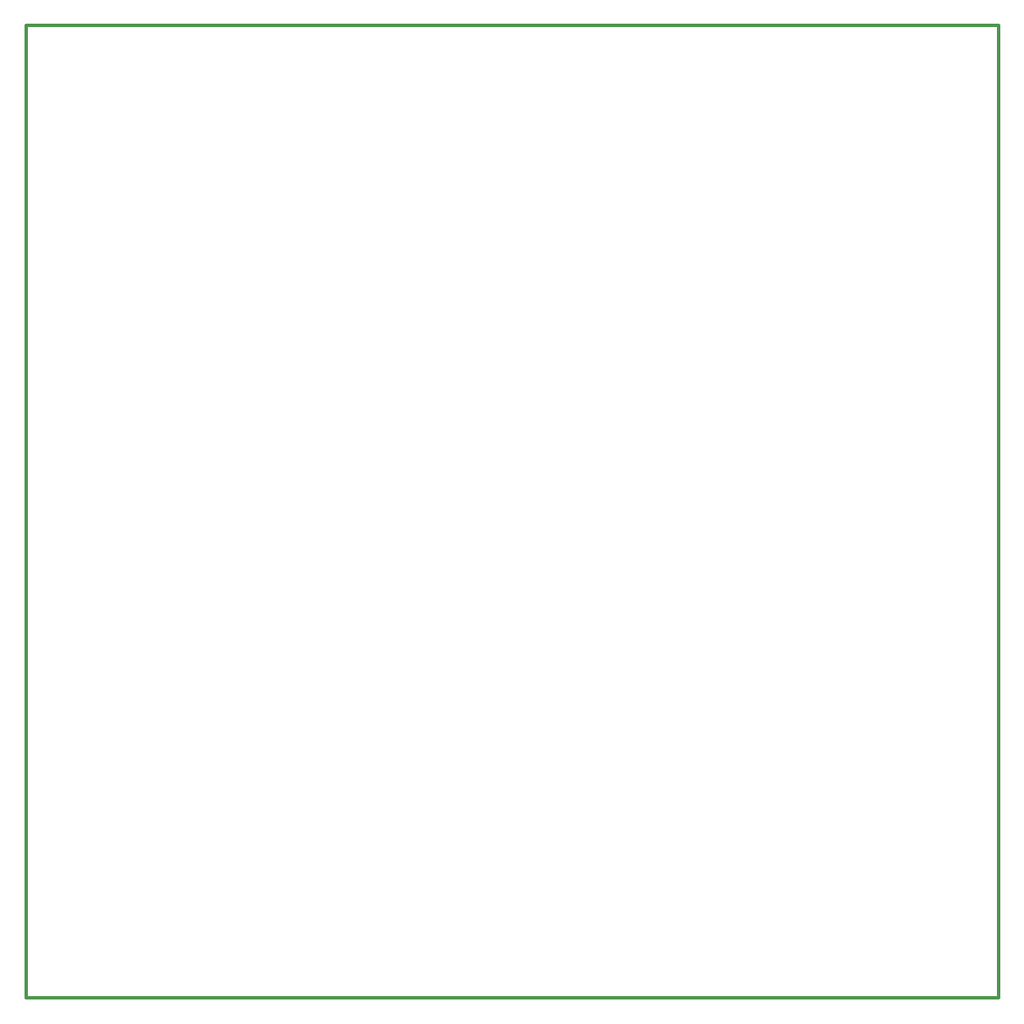
<source format=gko>
G04 Layer_Color=16711935*
%FSLAX25Y25*%
%MOIN*%
G70*
G01*
G75*
%ADD36C,0.01181*%
D36*
X205118Y305118D02*
Y688583D01*
Y688583D02*
X588583D01*
Y305118D02*
Y688583D01*
X205118Y305118D02*
X588583D01*
M02*

</source>
